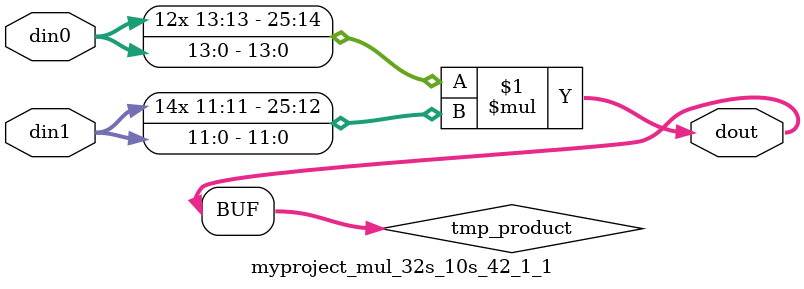
<source format=v>

`timescale 1 ns / 1 ps

  module myproject_mul_32s_10s_42_1_1(din0, din1, dout);
parameter ID = 1;
parameter NUM_STAGE = 0;
parameter din0_WIDTH = 14;
parameter din1_WIDTH = 12;
parameter dout_WIDTH = 26;

input [din0_WIDTH - 1 : 0] din0; 
input [din1_WIDTH - 1 : 0] din1; 
output [dout_WIDTH - 1 : 0] dout;

wire signed [dout_WIDTH - 1 : 0] tmp_product;













assign tmp_product = $signed(din0) * $signed(din1);








assign dout = tmp_product;







endmodule

</source>
